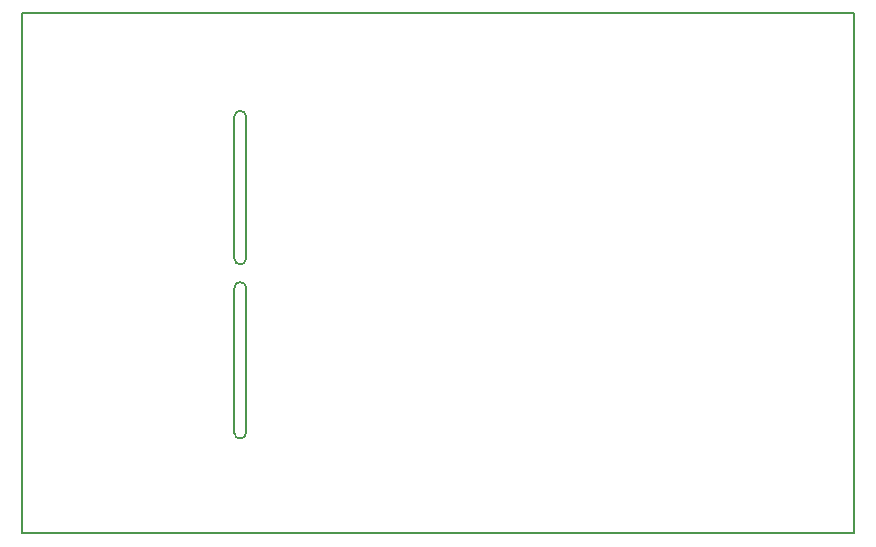
<source format=gbr>
G04 #@! TF.GenerationSoftware,KiCad,Pcbnew,(5.0.2)-1*
G04 #@! TF.CreationDate,2019-03-19T19:21:29-04:00*
G04 #@! TF.ProjectId,Keithley_17X_USB,4b656974-686c-4657-995f-3137585f5553,rev?*
G04 #@! TF.SameCoordinates,Original*
G04 #@! TF.FileFunction,Profile,NP*
%FSLAX46Y46*%
G04 Gerber Fmt 4.6, Leading zero omitted, Abs format (unit mm)*
G04 Created by KiCad (PCBNEW (5.0.2)-1) date 3/19/2019 7:21:29 PM*
%MOMM*%
%LPD*%
G01*
G04 APERTURE LIST*
%ADD10C,0.150000*%
G04 APERTURE END LIST*
D10*
X88500000Y-84750000D02*
G75*
G02X87500000Y-84750000I-500000J0D01*
G01*
X88500000Y-70000000D02*
G75*
G02X87500000Y-70000000I-500000J0D01*
G01*
X87500000Y-58000000D02*
G75*
G02X88500000Y-58000000I500000J0D01*
G01*
X87500000Y-72500000D02*
G75*
G02X88500000Y-72500000I500000J0D01*
G01*
X88500000Y-84750000D02*
X88500000Y-72500000D01*
X87500000Y-72500000D02*
X87500000Y-84750000D01*
X88500000Y-70000000D02*
X88500000Y-58000000D01*
X87500000Y-58000000D02*
X87500000Y-70000000D01*
X140000000Y-93250000D02*
X69500000Y-93250000D01*
X140000000Y-49250000D02*
X69500000Y-49250000D01*
X140000000Y-93250000D02*
X140000000Y-49250000D01*
X69500000Y-49250000D02*
X69500000Y-93250000D01*
M02*

</source>
